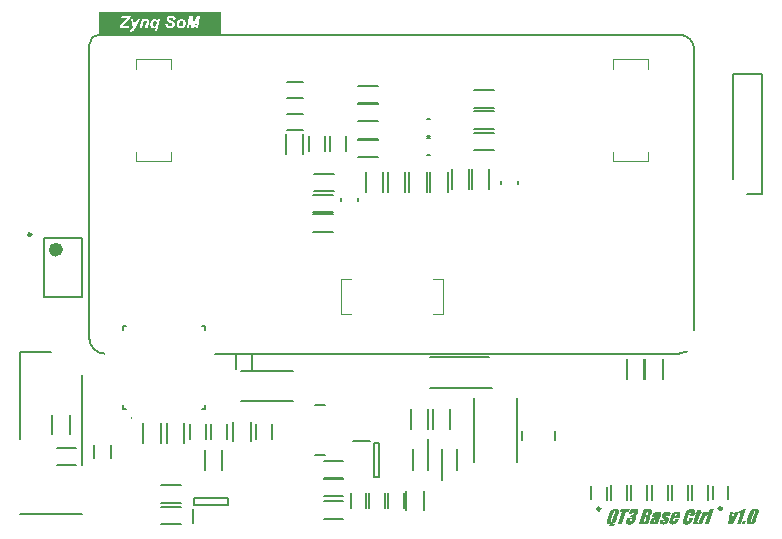
<source format=gto>
G04*
G04 #@! TF.GenerationSoftware,Altium Limited,Altium Designer,23.8.1 (32)*
G04*
G04 Layer_Color=65535*
%FSLAX44Y44*%
%MOMM*%
G71*
G04*
G04 #@! TF.SameCoordinates,4EFDB198-7814-4870-AD9F-EEE93015B5C1*
G04*
G04*
G04 #@! TF.FilePolarity,Positive*
G04*
G01*
G75*
%ADD10C,0.1000*%
%ADD11C,0.2500*%
%ADD12C,0.1500*%
%ADD13C,0.6000*%
%ADD14C,0.2000*%
G36*
X597014Y12500D02*
X596866D01*
X596700Y12481D01*
X596515Y12463D01*
X596292Y12444D01*
X596052Y12407D01*
X595829Y12333D01*
X595626Y12259D01*
X595607Y12241D01*
X595552Y12222D01*
X595459Y12167D01*
X595348Y12092D01*
X595237Y11981D01*
X595126Y11870D01*
X594996Y11741D01*
X594903Y11574D01*
X594885Y11556D01*
X594866Y11481D01*
X594792Y11352D01*
X594718Y11167D01*
X594663Y11056D01*
X594607Y10907D01*
X594552Y10741D01*
X594478Y10574D01*
X594404Y10371D01*
X594311Y10130D01*
X594218Y9889D01*
X594126Y9611D01*
X592719Y5426D01*
X589478D01*
X593070Y16036D01*
X596292D01*
X595718Y14629D01*
X595737Y14648D01*
X595774Y14703D01*
X595848Y14777D01*
X595922Y14870D01*
X596033Y14981D01*
X596181Y15111D01*
X596329Y15259D01*
X596496Y15407D01*
X596885Y15685D01*
X597311Y15944D01*
X597551Y16055D01*
X597792Y16148D01*
X598033Y16203D01*
X598292Y16240D01*
X597014Y12500D01*
D02*
G37*
G36*
X584182Y18629D02*
X584331Y18610D01*
X584664Y18573D01*
X585016Y18499D01*
X585405Y18407D01*
X585756Y18259D01*
X586071Y18055D01*
X586108Y18036D01*
X586201Y17944D01*
X586312Y17833D01*
X586460Y17666D01*
X586608Y17444D01*
X586719Y17203D01*
X586812Y16925D01*
X586849Y16611D01*
Y16592D01*
Y16573D01*
Y16518D01*
Y16444D01*
X586830Y16351D01*
Y16240D01*
X586812Y16111D01*
X586775Y15963D01*
X586756Y15777D01*
X586719Y15592D01*
X586664Y15370D01*
X586608Y15129D01*
X586534Y14870D01*
X586460Y14574D01*
X586367Y14277D01*
X586256Y13944D01*
X585830Y12722D01*
X582460D01*
X583238Y14981D01*
Y15000D01*
X583257Y15018D01*
X583294Y15148D01*
X583349Y15296D01*
X583405Y15500D01*
X583460Y15703D01*
X583497Y15907D01*
X583534Y16074D01*
Y16203D01*
Y16222D01*
Y16240D01*
X583479Y16333D01*
X583442Y16388D01*
X583368Y16425D01*
X583275Y16444D01*
X583164Y16462D01*
X583090D01*
X583016Y16444D01*
X582923Y16425D01*
X582812Y16388D01*
X582720Y16333D01*
X582608Y16259D01*
X582516Y16148D01*
Y16129D01*
X582479Y16092D01*
X582442Y15999D01*
X582368Y15870D01*
X582294Y15703D01*
X582201Y15481D01*
X582090Y15203D01*
X581979Y14870D01*
X579924Y8852D01*
Y8834D01*
X579905Y8815D01*
X579868Y8704D01*
X579831Y8537D01*
X579776Y8352D01*
X579720Y8130D01*
X579664Y7926D01*
X579627Y7760D01*
Y7612D01*
Y7593D01*
X579646Y7574D01*
X579683Y7482D01*
X579738Y7426D01*
X579813Y7371D01*
X579905Y7352D01*
X580035Y7334D01*
X580090D01*
X580164Y7352D01*
X580238Y7371D01*
X580331Y7408D01*
X580442Y7445D01*
X580535Y7519D01*
X580609Y7612D01*
X580627Y7630D01*
X580646Y7667D01*
X580701Y7760D01*
X580775Y7889D01*
X580849Y8074D01*
X580961Y8315D01*
X581072Y8611D01*
X581201Y8963D01*
X581757Y10611D01*
X585127D01*
X584942Y10093D01*
Y10074D01*
X584905Y10000D01*
X584886Y9908D01*
X584831Y9759D01*
X584775Y9611D01*
X584701Y9408D01*
X584627Y9204D01*
X584534Y8982D01*
X584349Y8519D01*
X584145Y8056D01*
X583923Y7612D01*
X583812Y7408D01*
X583701Y7241D01*
X583683Y7204D01*
X583590Y7093D01*
X583460Y6945D01*
X583275Y6741D01*
X583016Y6519D01*
X582720Y6278D01*
X582349Y6019D01*
X581942Y5778D01*
X581923D01*
X581886Y5760D01*
X581831Y5723D01*
X581738Y5686D01*
X581627Y5630D01*
X581497Y5575D01*
X581349Y5519D01*
X581164Y5464D01*
X580775Y5353D01*
X580350Y5241D01*
X579850Y5167D01*
X579331Y5149D01*
X579090D01*
X578961Y5167D01*
X578831Y5186D01*
X578498Y5223D01*
X578128Y5278D01*
X577757Y5371D01*
X577387Y5501D01*
X577072Y5667D01*
X577035Y5686D01*
X576942Y5760D01*
X576831Y5889D01*
X576683Y6056D01*
X576535Y6260D01*
X576424Y6519D01*
X576331Y6815D01*
X576294Y7149D01*
Y7167D01*
Y7186D01*
Y7260D01*
X576313Y7334D01*
Y7426D01*
X576331Y7556D01*
X576350Y7704D01*
X576387Y7871D01*
X576424Y8056D01*
X576461Y8278D01*
X576517Y8500D01*
X576591Y8759D01*
X576665Y9037D01*
X576739Y9352D01*
X576850Y9667D01*
X576961Y10019D01*
X578239Y13796D01*
Y13815D01*
X578257Y13852D01*
X578294Y13926D01*
X578313Y14018D01*
X578368Y14148D01*
X578405Y14277D01*
X578516Y14592D01*
X578646Y14926D01*
X578794Y15277D01*
X578924Y15611D01*
X579053Y15888D01*
X579072Y15925D01*
X579109Y16018D01*
X579202Y16148D01*
X579313Y16314D01*
X579442Y16537D01*
X579627Y16759D01*
X579831Y16999D01*
X580072Y17240D01*
X580109Y17277D01*
X580201Y17351D01*
X580350Y17462D01*
X580553Y17610D01*
X580794Y17777D01*
X581072Y17944D01*
X581386Y18110D01*
X581738Y18259D01*
X581757D01*
X581775Y18277D01*
X581831Y18296D01*
X581905Y18314D01*
X582109Y18388D01*
X582368Y18462D01*
X582683Y18518D01*
X583034Y18592D01*
X583405Y18629D01*
X583812Y18647D01*
X584053D01*
X584182Y18629D01*
D02*
G37*
G36*
X563573Y16222D02*
X563814Y16203D01*
X564092Y16166D01*
X564370Y16129D01*
X564647Y16055D01*
X564907Y15963D01*
X564944Y15944D01*
X565018Y15907D01*
X565129Y15851D01*
X565258Y15777D01*
X565407Y15666D01*
X565555Y15537D01*
X565684Y15407D01*
X565795Y15240D01*
X565814Y15222D01*
X565832Y15166D01*
X565869Y15092D01*
X565925Y14981D01*
X565999Y14722D01*
Y14574D01*
Y14426D01*
Y14407D01*
X565981Y14352D01*
Y14259D01*
X565944Y14148D01*
X565906Y13981D01*
X565851Y13778D01*
X565777Y13537D01*
X565684Y13259D01*
X565481Y12648D01*
X562611D01*
X562814Y13222D01*
X562833Y13259D01*
X562851Y13333D01*
X562888Y13463D01*
X562925Y13611D01*
X562981Y13759D01*
X563018Y13926D01*
X563036Y14055D01*
Y14148D01*
Y14166D01*
Y14185D01*
X562981Y14259D01*
X562944Y14296D01*
X562888Y14315D01*
X562796Y14352D01*
X562648D01*
X562518Y14333D01*
X562370Y14277D01*
X562203Y14166D01*
X562166Y14129D01*
X562092Y14037D01*
X562000Y13870D01*
X561888Y13629D01*
Y13611D01*
X561870Y13555D01*
X561833Y13463D01*
X561796Y13352D01*
X561740Y13111D01*
X561722Y13000D01*
X561703Y12907D01*
Y12889D01*
Y12870D01*
X561740Y12759D01*
X561814Y12611D01*
X561870Y12500D01*
X561944Y12407D01*
X561963Y12389D01*
X562000Y12352D01*
X562074Y12296D01*
X562185Y12204D01*
X562333Y12092D01*
X562537Y11963D01*
X562796Y11796D01*
X563092Y11611D01*
X563111D01*
X563148Y11574D01*
X563203Y11537D01*
X563277Y11500D01*
X563481Y11370D01*
X563703Y11185D01*
X563944Y11000D01*
X564184Y10778D01*
X564370Y10556D01*
X564444Y10426D01*
X564499Y10315D01*
X564518Y10296D01*
X564536Y10204D01*
X564555Y10074D01*
Y9870D01*
Y9630D01*
X564518Y9315D01*
X564444Y8963D01*
X564333Y8556D01*
Y8537D01*
X564314Y8500D01*
X564296Y8426D01*
X564259Y8352D01*
X564221Y8241D01*
X564166Y8111D01*
X564036Y7834D01*
X563888Y7500D01*
X563722Y7186D01*
X563536Y6871D01*
X563333Y6593D01*
X563314Y6556D01*
X563240Y6482D01*
X563111Y6371D01*
X562944Y6223D01*
X562740Y6056D01*
X562481Y5889D01*
X562185Y5741D01*
X561870Y5593D01*
X561851D01*
X561833Y5575D01*
X561777Y5556D01*
X561703Y5538D01*
X561518Y5482D01*
X561277Y5426D01*
X560981Y5353D01*
X560629Y5297D01*
X560259Y5260D01*
X559852Y5241D01*
X559648D01*
X559537Y5260D01*
X559426D01*
X559148Y5297D01*
X558815Y5334D01*
X558500Y5390D01*
X558167Y5482D01*
X557870Y5612D01*
X557833Y5630D01*
X557759Y5686D01*
X557630Y5778D01*
X557481Y5889D01*
X557333Y6038D01*
X557204Y6223D01*
X557093Y6426D01*
X557019Y6649D01*
Y6686D01*
X557000Y6778D01*
Y6926D01*
X557019Y7149D01*
X557056Y7426D01*
X557130Y7778D01*
X557222Y8185D01*
X557370Y8648D01*
X557537Y9167D01*
X560407D01*
X560185Y8482D01*
X560166Y8445D01*
X560148Y8352D01*
X560092Y8204D01*
X560037Y8019D01*
X559981Y7834D01*
X559944Y7649D01*
X559907Y7500D01*
Y7371D01*
Y7352D01*
Y7334D01*
X559963Y7260D01*
X560000Y7204D01*
X560055Y7167D01*
X560148Y7149D01*
X560259Y7130D01*
X560314D01*
X560370Y7149D01*
X560444D01*
X560611Y7204D01*
X560777Y7297D01*
X560796D01*
X560815Y7334D01*
X560852Y7371D01*
X560907Y7445D01*
X560963Y7556D01*
X561037Y7667D01*
X561092Y7834D01*
X561166Y8019D01*
X561185Y8056D01*
X561203Y8148D01*
X561240Y8278D01*
X561277Y8426D01*
X561314Y8593D01*
X561333Y8741D01*
Y8871D01*
X561314Y8963D01*
Y8982D01*
X561277Y9019D01*
X561203Y9074D01*
X561092Y9185D01*
X561000Y9241D01*
X560907Y9334D01*
X560777Y9426D01*
X560629Y9519D01*
X560463Y9648D01*
X560277Y9778D01*
X560055Y9926D01*
X559815Y10093D01*
X559796Y10111D01*
X559759Y10130D01*
X559703Y10167D01*
X559629Y10222D01*
X559444Y10389D01*
X559222Y10574D01*
X559000Y10815D01*
X558815Y11056D01*
X558648Y11315D01*
X558611Y11426D01*
X558574Y11556D01*
Y11593D01*
Y11667D01*
X558555Y11815D01*
X558574Y12000D01*
X558592Y12222D01*
X558629Y12481D01*
X558685Y12778D01*
X558778Y13092D01*
Y13111D01*
X558796Y13148D01*
X558815Y13222D01*
X558852Y13296D01*
X558944Y13537D01*
X559074Y13815D01*
X559222Y14111D01*
X559389Y14426D01*
X559555Y14722D01*
X559759Y14963D01*
X559777Y14981D01*
X559852Y15055D01*
X559981Y15166D01*
X560148Y15314D01*
X560352Y15462D01*
X560592Y15611D01*
X560888Y15777D01*
X561203Y15907D01*
X561222D01*
X561240Y15925D01*
X561296Y15944D01*
X561370Y15963D01*
X561555Y16018D01*
X561796Y16074D01*
X562092Y16129D01*
X562444Y16185D01*
X562814Y16222D01*
X563203Y16240D01*
X563370D01*
X563573Y16222D01*
D02*
G37*
G36*
X535836Y18610D02*
X536021D01*
X536224Y18573D01*
X536687Y18518D01*
X537169Y18407D01*
X537632Y18240D01*
X537854Y18147D01*
X538021Y18018D01*
X538187Y17888D01*
X538298Y17722D01*
Y17703D01*
X538317Y17685D01*
X538335Y17629D01*
X538372Y17555D01*
X538409Y17462D01*
X538428Y17351D01*
X538465Y17222D01*
X538484Y17074D01*
X538502Y16888D01*
X538521Y16703D01*
X538502Y16277D01*
X538465Y16036D01*
X538428Y15777D01*
X538354Y15500D01*
X538261Y15203D01*
Y15185D01*
X538243Y15148D01*
X538224Y15111D01*
X538206Y15037D01*
X538113Y14833D01*
X538021Y14611D01*
X537891Y14352D01*
X537761Y14092D01*
X537595Y13852D01*
X537428Y13648D01*
X537410Y13629D01*
X537335Y13574D01*
X537243Y13481D01*
X537095Y13352D01*
X536891Y13222D01*
X536669Y13074D01*
X536410Y12907D01*
X536095Y12759D01*
X536132Y12741D01*
X536206Y12722D01*
X536317Y12648D01*
X536447Y12574D01*
X536576Y12463D01*
X536706Y12315D01*
X536836Y12148D01*
X536909Y11944D01*
Y11926D01*
X536928Y11889D01*
Y11833D01*
Y11759D01*
Y11667D01*
Y11537D01*
X536909Y11407D01*
X536891Y11241D01*
X536854Y11056D01*
X536817Y10833D01*
X536761Y10593D01*
X536687Y10315D01*
X536595Y10019D01*
X536502Y9667D01*
X536373Y9297D01*
Y9278D01*
X536354Y9222D01*
X536317Y9148D01*
X536280Y9037D01*
X536224Y8908D01*
X536169Y8759D01*
X536021Y8426D01*
X535854Y8037D01*
X535650Y7649D01*
X535428Y7260D01*
X535187Y6908D01*
X535150Y6871D01*
X535076Y6760D01*
X534928Y6612D01*
X534743Y6426D01*
X534502Y6223D01*
X534225Y6000D01*
X533910Y5797D01*
X533540Y5612D01*
X533521D01*
X533503Y5593D01*
X533447Y5575D01*
X533354Y5538D01*
X533262Y5501D01*
X533151Y5464D01*
X532873Y5390D01*
X532521Y5315D01*
X532132Y5241D01*
X531669Y5186D01*
X531188Y5167D01*
X530929D01*
X530818Y5186D01*
X530669D01*
X530336Y5223D01*
X529966Y5297D01*
X529595Y5371D01*
X529244Y5501D01*
X529095Y5575D01*
X528947Y5667D01*
X528910Y5686D01*
X528836Y5760D01*
X528725Y5871D01*
X528596Y6019D01*
X528466Y6204D01*
X528355Y6426D01*
X528262Y6667D01*
X528225Y6926D01*
Y6945D01*
Y6963D01*
Y7000D01*
Y7074D01*
X528244Y7167D01*
X528262Y7260D01*
Y7389D01*
X528299Y7537D01*
X528318Y7704D01*
X528373Y7889D01*
X528410Y8111D01*
X528484Y8352D01*
X528540Y8611D01*
X528633Y8889D01*
X528725Y9204D01*
X528836Y9537D01*
X529188Y10574D01*
X532410D01*
X531688Y8463D01*
X531669Y8426D01*
X531651Y8334D01*
X531595Y8185D01*
X531558Y8019D01*
X531503Y7834D01*
X531466Y7649D01*
X531429Y7500D01*
Y7389D01*
Y7352D01*
X531484Y7278D01*
X531521Y7241D01*
X531595Y7204D01*
X531688Y7186D01*
X531799Y7167D01*
X531855D01*
X531929Y7186D01*
X532003Y7204D01*
X532095Y7241D01*
X532206Y7278D01*
X532299Y7352D01*
X532373Y7445D01*
X532392Y7463D01*
X532410Y7519D01*
X532466Y7612D01*
X532540Y7741D01*
X532632Y7945D01*
X532725Y8204D01*
X532799Y8352D01*
X532854Y8537D01*
X532929Y8723D01*
X533003Y8945D01*
X533317Y9852D01*
X533336Y9889D01*
X533354Y9982D01*
X533391Y10111D01*
X533428Y10259D01*
X533503Y10611D01*
Y10778D01*
Y10926D01*
Y10944D01*
X533484Y10982D01*
Y11037D01*
X533447Y11111D01*
X533410Y11185D01*
X533354Y11278D01*
X533262Y11333D01*
X533169Y11389D01*
X533151D01*
X533114Y11407D01*
X533040Y11426D01*
X532910Y11444D01*
X532743Y11463D01*
X532540Y11500D01*
X532280D01*
X531947Y11518D01*
X532595Y13407D01*
X532966D01*
X533206Y13426D01*
X533447D01*
X533688Y13444D01*
X533891Y13463D01*
X533984D01*
X534039Y13481D01*
X534058D01*
X534095Y13500D01*
X534151Y13518D01*
X534225Y13574D01*
X534391Y13685D01*
X534484Y13778D01*
X534576Y13870D01*
X534595Y13889D01*
X534613Y13926D01*
X534650Y14000D01*
X534725Y14092D01*
X534780Y14222D01*
X534854Y14389D01*
X534947Y14574D01*
X535021Y14796D01*
X535262Y15518D01*
X535280Y15555D01*
X535299Y15629D01*
X535336Y15740D01*
X535373Y15888D01*
X535410Y16166D01*
X535428Y16314D01*
X535410Y16407D01*
Y16425D01*
X535391Y16444D01*
X535354Y16518D01*
X535243Y16592D01*
X535150Y16629D01*
X535002D01*
X534947Y16611D01*
X534873Y16592D01*
X534688Y16537D01*
X534595Y16462D01*
X534521Y16388D01*
Y16370D01*
X534484Y16351D01*
X534447Y16277D01*
X534391Y16185D01*
X534317Y16055D01*
X534243Y15888D01*
X534151Y15685D01*
X534058Y15425D01*
X533706Y14370D01*
X530484D01*
X530855Y15462D01*
Y15481D01*
X530892Y15537D01*
X530929Y15629D01*
X530966Y15759D01*
X531040Y15907D01*
X531114Y16092D01*
X531299Y16462D01*
X531540Y16888D01*
X531836Y17296D01*
X531984Y17499D01*
X532169Y17666D01*
X532355Y17833D01*
X532540Y17962D01*
X532558D01*
X532595Y17999D01*
X532651Y18018D01*
X532743Y18073D01*
X532854Y18110D01*
X532984Y18166D01*
X533132Y18240D01*
X533317Y18296D01*
X533503Y18351D01*
X533725Y18425D01*
X533965Y18481D01*
X534225Y18518D01*
X534502Y18573D01*
X534817Y18592D01*
X535132Y18629D01*
X535687D01*
X535836Y18610D01*
D02*
G37*
G36*
X598681Y5426D02*
X595348D01*
X599736Y18388D01*
X603069D01*
X598681Y5426D01*
D02*
G37*
G36*
X591422Y15796D02*
X592293D01*
X591719Y14111D01*
X590848D01*
X588904Y8408D01*
Y8389D01*
X588886Y8371D01*
X588867Y8315D01*
X588849Y8241D01*
X588793Y8074D01*
X588737Y7871D01*
X588682Y7667D01*
X588626Y7463D01*
X588608Y7315D01*
Y7278D01*
Y7241D01*
X588626Y7223D01*
X588682Y7204D01*
X588737Y7186D01*
X588849Y7167D01*
X589015Y7149D01*
X589219Y7130D01*
X589478D01*
X588904Y5426D01*
X587219D01*
X586997Y5445D01*
X586738D01*
X586479Y5464D01*
X586238Y5482D01*
X586053Y5501D01*
X586034D01*
X585979Y5519D01*
X585905Y5556D01*
X585793Y5593D01*
X585682Y5649D01*
X585571Y5723D01*
X585460Y5815D01*
X585368Y5926D01*
X585349Y5945D01*
X585331Y5982D01*
X585293Y6056D01*
X585256Y6149D01*
X585219Y6260D01*
X585182Y6389D01*
Y6538D01*
Y6686D01*
Y6704D01*
X585201Y6778D01*
X585238Y6908D01*
X585275Y7111D01*
X585312Y7223D01*
X585349Y7371D01*
X585405Y7537D01*
X585460Y7723D01*
X585516Y7926D01*
X585590Y8167D01*
X585682Y8426D01*
X585775Y8704D01*
X587608Y14111D01*
X586904D01*
X587478Y15796D01*
X588182D01*
X588737Y17462D01*
X591978D01*
X591422Y15796D01*
D02*
G37*
G36*
X555741Y16222D02*
X555889Y16203D01*
X556241Y16166D01*
X556611Y16092D01*
X556982Y15999D01*
X557333Y15851D01*
X557481Y15759D01*
X557611Y15648D01*
X557648Y15629D01*
X557704Y15537D01*
X557815Y15425D01*
X557926Y15259D01*
X558018Y15055D01*
X558111Y14796D01*
X558148Y14537D01*
X558130Y14222D01*
Y14203D01*
Y14185D01*
X558111Y14129D01*
X558092Y14055D01*
X558074Y13944D01*
X558055Y13815D01*
X558000Y13666D01*
X557963Y13481D01*
X557907Y13259D01*
X557833Y13000D01*
X557759Y12722D01*
X557648Y12407D01*
X557537Y12037D01*
X557407Y11648D01*
X557278Y11222D01*
X557111Y10741D01*
X555315Y5426D01*
X552167D01*
X552482Y6371D01*
X552463Y6352D01*
X552389Y6278D01*
X552297Y6167D01*
X552167Y6056D01*
X552019Y5908D01*
X551834Y5778D01*
X551630Y5630D01*
X551427Y5519D01*
X551408Y5501D01*
X551334Y5482D01*
X551223Y5426D01*
X551075Y5390D01*
X550890Y5334D01*
X550686Y5278D01*
X550445Y5260D01*
X550205Y5241D01*
X550075D01*
X549908Y5260D01*
X549723Y5297D01*
X549501Y5353D01*
X549260Y5445D01*
X549038Y5556D01*
X548816Y5704D01*
X548797Y5723D01*
X548742Y5797D01*
X548668Y5945D01*
X548649Y6038D01*
X548612Y6149D01*
X548593Y6278D01*
X548575Y6426D01*
Y6593D01*
X548593Y6797D01*
X548612Y7000D01*
X548668Y7241D01*
X548723Y7500D01*
X548816Y7797D01*
X549112Y8667D01*
Y8686D01*
X549131Y8723D01*
X549149Y8778D01*
X549186Y8852D01*
X549260Y9056D01*
X549390Y9315D01*
X549519Y9574D01*
X549668Y9852D01*
X549853Y10093D01*
X550038Y10278D01*
X550056Y10296D01*
X550149Y10352D01*
X550297Y10445D01*
X550390Y10500D01*
X550501Y10556D01*
X550649Y10630D01*
X550797Y10704D01*
X550982Y10796D01*
X551186Y10889D01*
X551408Y10982D01*
X551667Y11074D01*
X551945Y11167D01*
X552241Y11278D01*
X552260D01*
X552315Y11315D01*
X552408Y11333D01*
X552538Y11389D01*
X552667Y11426D01*
X552834Y11481D01*
X553167Y11611D01*
X553519Y11759D01*
X553852Y11889D01*
X553982Y11963D01*
X554112Y12018D01*
X554185Y12074D01*
X554241Y12111D01*
Y12129D01*
X554278Y12148D01*
X554315Y12222D01*
X554371Y12315D01*
X554426Y12426D01*
X554500Y12574D01*
X554574Y12778D01*
X554648Y13000D01*
Y13018D01*
X554667Y13037D01*
X554686Y13129D01*
X554741Y13278D01*
X554778Y13444D01*
X554834Y13629D01*
X554871Y13815D01*
X554889Y13963D01*
Y14092D01*
Y14111D01*
X554871Y14129D01*
X554834Y14222D01*
X554741Y14315D01*
X554667Y14333D01*
X554574Y14352D01*
X554519D01*
X554463Y14333D01*
X554389D01*
X554223Y14259D01*
X554148Y14203D01*
X554093Y14129D01*
Y14111D01*
X554074Y14092D01*
X554037Y14018D01*
X553982Y13926D01*
X553908Y13778D01*
X553834Y13592D01*
X553741Y13333D01*
X553630Y13037D01*
X553260Y11926D01*
X550223D01*
X550464Y12629D01*
Y12648D01*
X550482Y12685D01*
X550501Y12741D01*
X550538Y12833D01*
X550630Y13055D01*
X550741Y13333D01*
X550871Y13648D01*
X551038Y13963D01*
X551204Y14259D01*
X551390Y14537D01*
X551408Y14574D01*
X551482Y14648D01*
X551612Y14777D01*
X551778Y14944D01*
X552001Y15111D01*
X552260Y15314D01*
X552575Y15518D01*
X552926Y15722D01*
X552945D01*
X552982Y15740D01*
X553037Y15777D01*
X553112Y15796D01*
X553204Y15851D01*
X553334Y15888D01*
X553611Y15981D01*
X553963Y16074D01*
X554389Y16166D01*
X554834Y16222D01*
X555334Y16240D01*
X555593D01*
X555741Y16222D01*
D02*
G37*
G36*
X547501Y18370D02*
X547853Y18351D01*
X548242Y18333D01*
X548612Y18277D01*
X548982Y18221D01*
X549149Y18166D01*
X549297Y18129D01*
X549334Y18110D01*
X549408Y18073D01*
X549538Y18018D01*
X549705Y17907D01*
X549871Y17777D01*
X550019Y17610D01*
X550167Y17388D01*
X550279Y17129D01*
X550297Y17092D01*
Y17055D01*
X550316Y16981D01*
Y16907D01*
X550334Y16796D01*
Y16685D01*
Y16537D01*
Y16388D01*
X550316Y16203D01*
X550297Y15999D01*
X550260Y15777D01*
X550205Y15555D01*
X550149Y15296D01*
X550056Y15000D01*
X549964Y14703D01*
Y14685D01*
X549945Y14648D01*
X549927Y14592D01*
X549890Y14518D01*
X549816Y14315D01*
X549705Y14074D01*
X549575Y13815D01*
X549427Y13555D01*
X549242Y13315D01*
X549056Y13111D01*
X549038Y13092D01*
X548964Y13037D01*
X548834Y12963D01*
X548668Y12852D01*
X548445Y12741D01*
X548168Y12629D01*
X547816Y12518D01*
X547427Y12426D01*
X547445D01*
X547482Y12407D01*
X547520D01*
X547594Y12370D01*
X547779Y12315D01*
X547982Y12222D01*
X548205Y12092D01*
X548427Y11944D01*
X548593Y11759D01*
X548649Y11648D01*
X548705Y11537D01*
X548723Y11500D01*
X548742Y11426D01*
X548760Y11278D01*
Y11074D01*
Y10815D01*
X548705Y10500D01*
X548631Y10111D01*
X548501Y9667D01*
X548075Y8463D01*
Y8445D01*
X548056Y8408D01*
X548038Y8334D01*
X548001Y8241D01*
X547964Y8148D01*
X547908Y8019D01*
X547797Y7723D01*
X547649Y7408D01*
X547482Y7093D01*
X547297Y6778D01*
X547112Y6519D01*
X547094Y6500D01*
X547020Y6426D01*
X546908Y6315D01*
X546779Y6167D01*
X546594Y6038D01*
X546371Y5889D01*
X546131Y5760D01*
X545872Y5649D01*
X545835D01*
X545798Y5630D01*
X545723Y5612D01*
X545631Y5593D01*
X545538Y5575D01*
X545409Y5556D01*
X545242Y5538D01*
X545075Y5519D01*
X544872Y5501D01*
X544650Y5482D01*
X544390Y5464D01*
X544113Y5445D01*
X543798D01*
X543464Y5426D01*
X539206D01*
X543594Y18388D01*
X547353D01*
X547501Y18370D01*
D02*
G37*
G36*
X530392Y15796D02*
X528392D01*
X524874Y5426D01*
X521504D01*
X525022Y15796D01*
X523022D01*
X523892Y18388D01*
X531262D01*
X530392Y15796D01*
D02*
G37*
G36*
X571628Y16222D02*
X571758D01*
X572054Y16185D01*
X572387Y16111D01*
X572739Y16018D01*
X573054Y15888D01*
X573350Y15722D01*
X573387Y15703D01*
X573461Y15629D01*
X573591Y15518D01*
X573721Y15351D01*
X573850Y15166D01*
X573980Y14926D01*
X574072Y14648D01*
X574128Y14352D01*
Y14333D01*
Y14315D01*
Y14259D01*
Y14203D01*
Y14111D01*
Y14000D01*
X574091Y13741D01*
X574054Y13389D01*
X573961Y12981D01*
X573832Y12500D01*
X573665Y11963D01*
X573202Y10556D01*
X569036D01*
X568258Y8260D01*
X568240Y8223D01*
X568221Y8148D01*
X568184Y8019D01*
X568129Y7871D01*
X568092Y7723D01*
X568055Y7556D01*
X568036Y7426D01*
Y7334D01*
X568055Y7297D01*
X568092Y7241D01*
X568184Y7167D01*
X568258Y7149D01*
X568351Y7130D01*
X568406D01*
X568480Y7149D01*
X568554Y7167D01*
X568758Y7241D01*
X568851Y7297D01*
X568925Y7389D01*
X568943Y7408D01*
X568962Y7445D01*
X569017Y7519D01*
X569073Y7630D01*
X569147Y7778D01*
X569221Y7963D01*
X569314Y8185D01*
X569406Y8463D01*
X569888Y9870D01*
X572961D01*
X572702Y9074D01*
Y9056D01*
X572684Y9037D01*
X572665Y8982D01*
X572647Y8908D01*
X572573Y8741D01*
X572498Y8519D01*
X572406Y8278D01*
X572295Y8019D01*
X572165Y7778D01*
X572054Y7556D01*
X572035Y7537D01*
X571998Y7463D01*
X571924Y7352D01*
X571832Y7223D01*
X571684Y7056D01*
X571517Y6852D01*
X571332Y6649D01*
X571091Y6426D01*
X571054Y6408D01*
X570980Y6334D01*
X570850Y6223D01*
X570665Y6093D01*
X570443Y5945D01*
X570202Y5797D01*
X569925Y5667D01*
X569628Y5538D01*
X569591Y5519D01*
X569480Y5501D01*
X569314Y5445D01*
X569091Y5390D01*
X568832Y5334D01*
X568517Y5297D01*
X568166Y5260D01*
X567777Y5241D01*
X567610D01*
X567425Y5260D01*
X567184Y5278D01*
X566906Y5315D01*
X566629Y5353D01*
X566351Y5426D01*
X566073Y5519D01*
X566036Y5538D01*
X565962Y5575D01*
X565851Y5649D01*
X565703Y5741D01*
X565536Y5852D01*
X565388Y5982D01*
X565240Y6149D01*
X565129Y6334D01*
X565110Y6352D01*
X565092Y6426D01*
X565055Y6538D01*
X564999Y6667D01*
X564962Y6834D01*
X564925Y7038D01*
X564907Y7241D01*
Y7463D01*
Y7500D01*
X564925Y7574D01*
X564944Y7723D01*
X564981Y7926D01*
X565036Y8185D01*
X565110Y8500D01*
X565221Y8852D01*
X565351Y9278D01*
X566407Y12370D01*
Y12389D01*
X566425Y12426D01*
X566462Y12500D01*
X566499Y12593D01*
X566536Y12722D01*
X566592Y12852D01*
X566721Y13167D01*
X566888Y13518D01*
X567092Y13870D01*
X567295Y14240D01*
X567536Y14555D01*
Y14574D01*
X567573Y14592D01*
X567647Y14685D01*
X567795Y14833D01*
X567980Y15018D01*
X568221Y15222D01*
X568499Y15425D01*
X568832Y15629D01*
X569184Y15796D01*
X569202D01*
X569221Y15814D01*
X569277Y15833D01*
X569351Y15870D01*
X569554Y15944D01*
X569832Y16018D01*
X570147Y16092D01*
X570499Y16166D01*
X570887Y16222D01*
X571295Y16240D01*
X571517D01*
X571628Y16222D01*
D02*
G37*
G36*
X519652Y18629D02*
X519930Y18592D01*
X520226Y18555D01*
X520541Y18481D01*
X520856Y18388D01*
X521152Y18259D01*
X521189Y18240D01*
X521282Y18184D01*
X521411Y18110D01*
X521559Y17999D01*
X521726Y17851D01*
X521893Y17685D01*
X522022Y17481D01*
X522133Y17277D01*
X522152Y17259D01*
X522170Y17166D01*
X522207Y17055D01*
X522244Y16907D01*
X522281Y16722D01*
X522300Y16500D01*
Y16277D01*
X522281Y16036D01*
Y15999D01*
X522263Y15925D01*
X522244Y15777D01*
X522189Y15574D01*
X522133Y15296D01*
X522041Y14981D01*
X521930Y14611D01*
X521782Y14166D01*
X520356Y9945D01*
Y9926D01*
X520337Y9870D01*
X520300Y9778D01*
X520263Y9667D01*
X520208Y9519D01*
X520152Y9371D01*
X520004Y9000D01*
X519856Y8611D01*
X519689Y8241D01*
X519523Y7889D01*
X519448Y7741D01*
X519374Y7612D01*
X519356Y7593D01*
X519300Y7519D01*
X519226Y7408D01*
X519115Y7260D01*
X518985Y7111D01*
X518819Y6945D01*
X518615Y6778D01*
X518411Y6630D01*
X518393Y6612D01*
X518300Y6575D01*
X518171Y6500D01*
X518004Y6426D01*
X517800Y6334D01*
X517560Y6241D01*
X517282Y6149D01*
X516967Y6075D01*
Y6056D01*
X516949Y6000D01*
X516930Y5926D01*
X516912Y5852D01*
Y5667D01*
Y5593D01*
X516949Y5538D01*
X516986Y5519D01*
X517023Y5501D01*
X517078Y5482D01*
X517171Y5464D01*
X517300Y5445D01*
X517449Y5426D01*
X518819D01*
X518282Y3853D01*
X515412D01*
X515227Y3871D01*
X515004Y3890D01*
X514801Y3908D01*
X514616Y3945D01*
X514467Y4001D01*
X514449D01*
X514412Y4038D01*
X514301Y4112D01*
X514190Y4241D01*
X514134Y4334D01*
X514116Y4427D01*
Y4445D01*
Y4482D01*
Y4556D01*
X514134Y4649D01*
X514153Y4797D01*
X514190Y4964D01*
X514245Y5186D01*
X514338Y5426D01*
X514227D01*
X514153Y5445D01*
X513949Y5464D01*
X513690Y5501D01*
X513394Y5575D01*
X513097Y5686D01*
X512819Y5834D01*
X512560Y6019D01*
X512542Y6038D01*
X512468Y6130D01*
X512356Y6241D01*
X512245Y6408D01*
X512134Y6630D01*
X512042Y6871D01*
X511986Y7149D01*
X511968Y7463D01*
Y7482D01*
Y7500D01*
Y7556D01*
X511986Y7630D01*
Y7723D01*
X512005Y7834D01*
X512042Y7963D01*
X512060Y8111D01*
X512097Y8297D01*
X512134Y8482D01*
X512190Y8704D01*
X512245Y8926D01*
X512319Y9185D01*
X512394Y9463D01*
X512486Y9759D01*
X512597Y10074D01*
X513968Y14092D01*
Y14111D01*
X513986Y14148D01*
X514005Y14222D01*
X514041Y14315D01*
X514079Y14426D01*
X514134Y14537D01*
X514245Y14833D01*
X514375Y15166D01*
X514505Y15500D01*
X514653Y15814D01*
X514801Y16092D01*
X514819Y16129D01*
X514875Y16203D01*
X514967Y16351D01*
X515079Y16518D01*
X515227Y16722D01*
X515412Y16944D01*
X515634Y17185D01*
X515875Y17407D01*
X515912Y17425D01*
X516004Y17499D01*
X516152Y17610D01*
X516338Y17759D01*
X516560Y17907D01*
X516838Y18055D01*
X517134Y18203D01*
X517449Y18333D01*
X517467D01*
X517486Y18351D01*
X517597Y18388D01*
X517782Y18425D01*
X518004Y18499D01*
X518282Y18555D01*
X518597Y18592D01*
X518911Y18629D01*
X519263Y18647D01*
X519448D01*
X519652Y18629D01*
D02*
G37*
G36*
X618418Y5519D02*
X614214D01*
X616177Y16129D01*
X619066D01*
X617331Y8395D01*
X617325Y8389D01*
Y8371D01*
X617331Y8395D01*
X617344Y8408D01*
X617362Y8482D01*
X617418Y8556D01*
X617455Y8667D01*
X617529Y8815D01*
X617603Y9000D01*
X617696Y9222D01*
X617807Y9482D01*
X617936Y9778D01*
X618084Y10111D01*
X618251Y10500D01*
X618436Y10926D01*
X618640Y11408D01*
X618862Y11945D01*
X619121Y12537D01*
X619140Y12556D01*
X619158Y12630D01*
X619195Y12722D01*
X619251Y12852D01*
X619325Y13018D01*
X619399Y13222D01*
X619492Y13444D01*
X619603Y13685D01*
X619714Y13944D01*
X619843Y14222D01*
X620084Y14833D01*
X620362Y15481D01*
X620640Y16129D01*
X623528D01*
X618418Y5519D01*
D02*
G37*
G36*
X628824D02*
X626380D01*
X627268Y8167D01*
X629713D01*
X628824Y5519D01*
D02*
G37*
G36*
X625398D02*
X622158D01*
X624510Y12463D01*
Y12481D01*
X624528Y12537D01*
X624565Y12611D01*
X624584Y12704D01*
X624639Y12815D01*
X624676Y12963D01*
X624769Y13259D01*
X624861Y13555D01*
X624954Y13852D01*
X624991Y13981D01*
X625009Y14092D01*
X625047Y14185D01*
Y14259D01*
Y14277D01*
Y14315D01*
X625028Y14444D01*
X625009Y14518D01*
X624954Y14592D01*
X624898Y14666D01*
X624806Y14722D01*
X624787D01*
X624750Y14741D01*
X624658Y14777D01*
X624547Y14814D01*
X624361Y14833D01*
X624121Y14870D01*
X623806Y14889D01*
X623102D01*
X623621Y16388D01*
X623658D01*
X623732Y16407D01*
X623862Y16444D01*
X624047Y16500D01*
X624250Y16555D01*
X624510Y16629D01*
X624787Y16740D01*
X625102Y16851D01*
X625417Y16981D01*
X625769Y17129D01*
X626120Y17296D01*
X626472Y17499D01*
X626843Y17703D01*
X627195Y17944D01*
X627546Y18203D01*
X627880Y18481D01*
X629787D01*
X625398Y5519D01*
D02*
G37*
G36*
X638267Y18703D02*
X638508Y18666D01*
X638786Y18629D01*
X639082Y18555D01*
X639378Y18462D01*
X639656Y18333D01*
X639693Y18314D01*
X639767Y18259D01*
X639897Y18184D01*
X640045Y18073D01*
X640212Y17944D01*
X640360Y17796D01*
X640508Y17610D01*
X640619Y17425D01*
X640638Y17407D01*
X640656Y17333D01*
X640693Y17222D01*
X640730Y17074D01*
X640767Y16888D01*
X640786Y16685D01*
Y16463D01*
X640767Y16222D01*
Y16185D01*
X640749Y16092D01*
X640712Y15926D01*
X640675Y15703D01*
X640601Y15407D01*
X640489Y15037D01*
X640434Y14814D01*
X640360Y14592D01*
X640286Y14352D01*
X640193Y14074D01*
X638730Y9760D01*
Y9741D01*
X638712Y9704D01*
X638675Y9611D01*
X638638Y9519D01*
X638601Y9408D01*
X638545Y9259D01*
X638434Y8945D01*
X638286Y8593D01*
X638138Y8241D01*
X637990Y7908D01*
X637841Y7612D01*
X637823Y7574D01*
X637767Y7501D01*
X637675Y7371D01*
X637564Y7204D01*
X637397Y7019D01*
X637212Y6797D01*
X636990Y6575D01*
X636749Y6352D01*
X636712Y6334D01*
X636619Y6260D01*
X636490Y6149D01*
X636305Y6038D01*
X636082Y5889D01*
X635823Y5760D01*
X635546Y5630D01*
X635249Y5519D01*
X635212Y5501D01*
X635120Y5482D01*
X634953Y5445D01*
X634749Y5408D01*
X634490Y5353D01*
X634212Y5315D01*
X633898Y5297D01*
X633564Y5278D01*
X633379D01*
X633157Y5297D01*
X632898Y5315D01*
X632620Y5334D01*
X632305Y5390D01*
X632009Y5445D01*
X631731Y5538D01*
X631694Y5556D01*
X631620Y5593D01*
X631509Y5649D01*
X631361Y5741D01*
X631213Y5853D01*
X631046Y6001D01*
X630916Y6167D01*
X630787Y6371D01*
X630768Y6389D01*
X630750Y6464D01*
X630713Y6593D01*
X630657Y6741D01*
X630620Y6927D01*
X630583Y7130D01*
X630546Y7334D01*
Y7574D01*
Y7612D01*
X630564Y7686D01*
X630583Y7852D01*
X630620Y8056D01*
X630694Y8334D01*
X630768Y8686D01*
X630898Y9074D01*
X631046Y9556D01*
X632583Y14074D01*
Y14092D01*
X632620Y14148D01*
X632638Y14240D01*
X632694Y14370D01*
X632749Y14518D01*
X632805Y14685D01*
X632972Y15092D01*
X633138Y15518D01*
X633342Y15963D01*
X633564Y16388D01*
X633675Y16574D01*
X633786Y16759D01*
Y16777D01*
X633823Y16796D01*
X633898Y16907D01*
X634046Y17074D01*
X634231Y17277D01*
X634472Y17499D01*
X634768Y17740D01*
X635101Y17962D01*
X635490Y18184D01*
X635508D01*
X635546Y18203D01*
X635601Y18240D01*
X635694Y18277D01*
X635786Y18314D01*
X635916Y18351D01*
X636212Y18462D01*
X636564Y18555D01*
X636971Y18648D01*
X637416Y18703D01*
X637897Y18721D01*
X638082D01*
X638267Y18703D01*
D02*
G37*
G36*
X185353Y419520D02*
X82147D01*
Y438980D01*
X185353D01*
Y419520D01*
D02*
G37*
%LPC*%
G36*
X553778Y10463D02*
X553760D01*
X553741Y10445D01*
X553630Y10371D01*
X553463Y10259D01*
X553260Y10130D01*
X553056Y9982D01*
X552852Y9815D01*
X552686Y9648D01*
X552556Y9500D01*
X552538Y9482D01*
X552519Y9426D01*
X552463Y9352D01*
X552408Y9222D01*
X552334Y9074D01*
X552260Y8889D01*
X552167Y8667D01*
X552075Y8408D01*
X552056Y8371D01*
X552038Y8278D01*
X551982Y8130D01*
X551945Y7963D01*
X551889Y7797D01*
X551852Y7612D01*
X551815Y7463D01*
Y7352D01*
Y7315D01*
X551871Y7241D01*
X551908Y7204D01*
X551964Y7167D01*
X552056Y7149D01*
X552167Y7130D01*
X552223D01*
X552334Y7149D01*
X552482Y7204D01*
X552612Y7315D01*
Y7334D01*
X552649Y7352D01*
X552686Y7408D01*
X552723Y7500D01*
X552797Y7630D01*
X552871Y7815D01*
X552945Y8019D01*
X553037Y8297D01*
X553778Y10463D01*
D02*
G37*
G36*
X546409Y16166D02*
X546223D01*
X545242Y13296D01*
X545649D01*
X545742Y13315D01*
X545853Y13333D01*
X546094Y13407D01*
X546205Y13463D01*
X546297Y13537D01*
X546316Y13555D01*
X546334Y13592D01*
X546390Y13666D01*
X546464Y13796D01*
X546538Y13981D01*
X546649Y14222D01*
X546705Y14370D01*
X546779Y14537D01*
X546834Y14722D01*
X546908Y14926D01*
X546927Y14944D01*
X546945Y15018D01*
X546964Y15129D01*
X547001Y15259D01*
X547057Y15537D01*
X547075Y15666D01*
Y15777D01*
Y15796D01*
Y15814D01*
X547038Y15907D01*
X546983Y15999D01*
X546890Y16074D01*
X546853Y16092D01*
X546816D01*
X546760Y16111D01*
X546668Y16129D01*
X546538Y16148D01*
X546409Y16166D01*
D02*
G37*
G36*
X544557Y11278D02*
X543316Y7649D01*
X543427D01*
X543557Y7667D01*
X543705Y7686D01*
X544038Y7741D01*
X544187Y7797D01*
X544298Y7852D01*
X544316Y7871D01*
X544353Y7889D01*
X544409Y7963D01*
X544464Y8056D01*
X544557Y8185D01*
X544650Y8352D01*
X544742Y8574D01*
X544835Y8852D01*
X545261Y10056D01*
Y10074D01*
X545279Y10093D01*
X545298Y10185D01*
X545335Y10333D01*
X545390Y10500D01*
X545427Y10667D01*
X545446Y10833D01*
Y10963D01*
X545409Y11056D01*
X545372Y11093D01*
X545335Y11111D01*
X545261Y11148D01*
X545149Y11185D01*
X545001Y11222D01*
X544798Y11259D01*
X544557Y11278D01*
D02*
G37*
G36*
X570813Y14352D02*
X570758D01*
X570702Y14333D01*
X570628D01*
X570462Y14259D01*
X570388Y14222D01*
X570332Y14148D01*
Y14129D01*
X570313Y14111D01*
X570276Y14037D01*
X570221Y13926D01*
X570147Y13796D01*
X570073Y13592D01*
X569980Y13352D01*
X569869Y13037D01*
X569610Y12278D01*
X570536D01*
X570795Y13037D01*
Y13055D01*
X570813Y13074D01*
X570850Y13167D01*
X570887Y13315D01*
X570943Y13481D01*
X570999Y13666D01*
X571036Y13833D01*
X571073Y14000D01*
Y14111D01*
Y14129D01*
Y14148D01*
X571036Y14240D01*
X570962Y14315D01*
X570906Y14333D01*
X570813Y14352D01*
D02*
G37*
G36*
X518671Y16462D02*
X518634D01*
X518523Y16444D01*
X518374Y16370D01*
X518282Y16314D01*
X518208Y16240D01*
Y16222D01*
X518171Y16185D01*
X518134Y16129D01*
X518060Y16018D01*
X517986Y15851D01*
X517893Y15648D01*
X517782Y15370D01*
X517708Y15222D01*
X517652Y15037D01*
X515597Y9000D01*
Y8982D01*
X515578Y8945D01*
X515560Y8889D01*
X515541Y8815D01*
X515486Y8630D01*
X515412Y8408D01*
X515338Y8167D01*
X515282Y7945D01*
X515245Y7741D01*
X515227Y7667D01*
Y7612D01*
Y7593D01*
Y7574D01*
X515264Y7482D01*
X515301Y7426D01*
X515375Y7389D01*
X515449Y7371D01*
X515560Y7352D01*
X515616D01*
X515671Y7371D01*
X515745Y7389D01*
X515838Y7426D01*
X515930Y7482D01*
X516023Y7556D01*
X516097Y7649D01*
X516115Y7667D01*
X516134Y7723D01*
X516189Y7797D01*
X516245Y7945D01*
X516338Y8130D01*
X516430Y8389D01*
X516560Y8704D01*
X516615Y8889D01*
X516689Y9093D01*
X518708Y15037D01*
Y15055D01*
X518726Y15074D01*
X518763Y15185D01*
X518800Y15333D01*
X518856Y15518D01*
X518911Y15722D01*
X518967Y15907D01*
X519004Y16074D01*
Y16203D01*
Y16222D01*
Y16240D01*
X518948Y16333D01*
X518911Y16388D01*
X518856Y16425D01*
X518782Y16444D01*
X518671Y16462D01*
D02*
G37*
G36*
X637286Y16722D02*
X637230D01*
X637156Y16703D01*
X637082Y16685D01*
X636990Y16648D01*
X636897Y16611D01*
X636805Y16537D01*
X636730Y16444D01*
Y16425D01*
X636693Y16388D01*
X636656Y16296D01*
X636582Y16185D01*
X636508Y16018D01*
X636416Y15796D01*
X636305Y15518D01*
X636194Y15166D01*
X634046Y8852D01*
Y8834D01*
X634027Y8797D01*
X634009Y8741D01*
X633990Y8667D01*
X633916Y8482D01*
X633861Y8260D01*
X633786Y8037D01*
X633731Y7815D01*
X633694Y7630D01*
X633675Y7556D01*
Y7501D01*
X633694Y7463D01*
X633731Y7389D01*
X633786Y7352D01*
X633861Y7315D01*
X633953Y7297D01*
X634064Y7278D01*
X634120D01*
X634194Y7297D01*
X634268Y7315D01*
X634453Y7389D01*
X634546Y7445D01*
X634620Y7538D01*
X634638Y7556D01*
X634657Y7593D01*
X634694Y7667D01*
X634768Y7797D01*
X634842Y7963D01*
X634916Y8167D01*
X635027Y8445D01*
X635138Y8760D01*
X637323Y15166D01*
Y15185D01*
X637342Y15203D01*
X637360Y15259D01*
X637379Y15333D01*
X637434Y15500D01*
X637490Y15703D01*
X637564Y15926D01*
X637619Y16129D01*
X637656Y16314D01*
Y16444D01*
Y16463D01*
Y16481D01*
X637619Y16592D01*
X637564Y16629D01*
X637508Y16685D01*
X637416Y16703D01*
X637286Y16722D01*
D02*
G37*
G36*
X143353Y435980D02*
X143175D01*
X142850Y435965D01*
X142554Y435951D01*
X142272Y435906D01*
X142006Y435847D01*
X141754Y435788D01*
X141532Y435714D01*
X141339Y435625D01*
X141161Y435551D01*
X140999Y435477D01*
X140850Y435388D01*
X140732Y435314D01*
X140643Y435255D01*
X140569Y435196D01*
X140510Y435166D01*
X140480Y435136D01*
X140465Y435121D01*
X140303Y434959D01*
X140155Y434781D01*
X140036Y434603D01*
X139932Y434426D01*
X139844Y434233D01*
X139755Y434055D01*
X139651Y433715D01*
X139607Y433567D01*
X139577Y433419D01*
X139562Y433285D01*
X139547Y433182D01*
X139533Y433093D01*
Y433019D01*
Y432974D01*
Y432960D01*
X139547Y432693D01*
X139577Y432441D01*
X139636Y432219D01*
X139696Y432026D01*
X139740Y431879D01*
X139799Y431760D01*
X139829Y431686D01*
X139844Y431656D01*
X139977Y431464D01*
X140110Y431286D01*
X140258Y431123D01*
X140392Y431005D01*
X140510Y430901D01*
X140614Y430812D01*
X140673Y430768D01*
X140702Y430753D01*
X140806Y430694D01*
X140939Y430620D01*
X141206Y430472D01*
X141502Y430338D01*
X141784Y430190D01*
X142035Y430072D01*
X142154Y430027D01*
X142257Y429983D01*
X142331Y429939D01*
X142391Y429924D01*
X142435Y429894D01*
X142450D01*
X142657Y429805D01*
X142865Y429716D01*
X143027Y429628D01*
X143190Y429554D01*
X143323Y429494D01*
X143442Y429435D01*
X143546Y429376D01*
X143635Y429317D01*
X143768Y429243D01*
X143857Y429183D01*
X143901Y429154D01*
X143916Y429139D01*
X144049Y429021D01*
X144138Y428887D01*
X144212Y428754D01*
X144256Y428635D01*
X144286Y428532D01*
X144301Y428443D01*
Y428384D01*
Y428369D01*
X144286Y428176D01*
X144227Y428013D01*
X144153Y427865D01*
X144064Y427732D01*
X143975Y427629D01*
X143901Y427540D01*
X143842Y427495D01*
X143827Y427480D01*
X143635Y427362D01*
X143398Y427273D01*
X143146Y427199D01*
X142909Y427155D01*
X142687Y427125D01*
X142583D01*
X142494Y427110D01*
X142109D01*
X141902Y427140D01*
X141709Y427155D01*
X141546Y427199D01*
X141384Y427229D01*
X141250Y427273D01*
X141117Y427332D01*
X141013Y427377D01*
X140836Y427480D01*
X140717Y427555D01*
X140658Y427614D01*
X140628Y427643D01*
X140525Y427791D01*
X140451Y427984D01*
X140392Y428206D01*
X140362Y428428D01*
X140332Y428621D01*
X140317Y428798D01*
X140303Y428858D01*
Y428902D01*
Y428932D01*
Y428946D01*
X138289Y428828D01*
X138303Y428458D01*
X138333Y428117D01*
X138392Y427806D01*
X138466Y427540D01*
X138540Y427318D01*
X138570Y427229D01*
X138600Y427155D01*
X138629Y427081D01*
X138644Y427036D01*
X138659Y427021D01*
Y427007D01*
X138837Y426725D01*
X139044Y426488D01*
X139266Y426266D01*
X139488Y426103D01*
X139696Y425955D01*
X139858Y425866D01*
X139932Y425822D01*
X139977Y425792D01*
X140007Y425778D01*
X140021D01*
X140392Y425629D01*
X140791Y425526D01*
X141176Y425452D01*
X141532Y425407D01*
X141695Y425378D01*
X141843D01*
X141976Y425363D01*
X142094Y425348D01*
X142317D01*
X142672Y425363D01*
X142998Y425392D01*
X143309Y425437D01*
X143590Y425496D01*
X143857Y425570D01*
X144108Y425659D01*
X144331Y425733D01*
X144523Y425837D01*
X144715Y425926D01*
X144864Y426000D01*
X144997Y426088D01*
X145115Y426162D01*
X145189Y426222D01*
X145263Y426266D01*
X145293Y426296D01*
X145308Y426311D01*
X145500Y426503D01*
X145663Y426681D01*
X145811Y426888D01*
X145930Y427081D01*
X146033Y427273D01*
X146122Y427466D01*
X146196Y427658D01*
X146256Y427836D01*
X146300Y427999D01*
X146330Y428147D01*
X146359Y428295D01*
X146374Y428413D01*
X146389Y428502D01*
Y428576D01*
Y428621D01*
Y428635D01*
X146374Y428843D01*
X146359Y429021D01*
X146270Y429376D01*
X146167Y429687D01*
X146033Y429939D01*
X145900Y430146D01*
X145782Y430309D01*
X145737Y430353D01*
X145693Y430398D01*
X145678Y430412D01*
X145663Y430427D01*
X145560Y430516D01*
X145426Y430620D01*
X145278Y430723D01*
X145100Y430827D01*
X144730Y431034D01*
X144345Y431227D01*
X143990Y431405D01*
X143827Y431479D01*
X143679Y431553D01*
X143560Y431597D01*
X143472Y431642D01*
X143412Y431656D01*
X143398Y431671D01*
X143190Y431760D01*
X142998Y431849D01*
X142820Y431938D01*
X142672Y432012D01*
X142524Y432086D01*
X142405Y432160D01*
X142302Y432219D01*
X142198Y432278D01*
X142050Y432367D01*
X141961Y432426D01*
X141902Y432471D01*
X141887Y432486D01*
X141769Y432604D01*
X141695Y432723D01*
X141635Y432841D01*
X141591Y432960D01*
X141561Y433063D01*
X141546Y433137D01*
Y433196D01*
Y433211D01*
X141561Y433374D01*
X141606Y433537D01*
X141665Y433670D01*
X141739Y433789D01*
X141798Y433878D01*
X141858Y433937D01*
X141902Y433981D01*
X141917Y433996D01*
X142080Y434100D01*
X142272Y434174D01*
X142479Y434233D01*
X142672Y434263D01*
X142865Y434292D01*
X143013Y434307D01*
X143161D01*
X143472Y434292D01*
X143753Y434248D01*
X143990Y434174D01*
X144168Y434114D01*
X144316Y434040D01*
X144419Y433966D01*
X144493Y433922D01*
X144508Y433907D01*
X144671Y433744D01*
X144789Y433567D01*
X144878Y433374D01*
X144952Y433196D01*
X144997Y433033D01*
X145041Y432900D01*
X145056Y432811D01*
Y432797D01*
Y432782D01*
X147070Y432871D01*
X147040Y433122D01*
X146996Y433374D01*
X146937Y433596D01*
X146863Y433818D01*
X146774Y434011D01*
X146685Y434203D01*
X146581Y434366D01*
X146478Y434529D01*
X146389Y434662D01*
X146300Y434781D01*
X146211Y434884D01*
X146137Y434973D01*
X146063Y435033D01*
X146019Y435077D01*
X145989Y435107D01*
X145974Y435121D01*
X145782Y435270D01*
X145574Y435403D01*
X145352Y435521D01*
X145115Y435625D01*
X144893Y435699D01*
X144656Y435773D01*
X144197Y435877D01*
X143990Y435906D01*
X143797Y435936D01*
X143620Y435951D01*
X143472Y435965D01*
X143353Y435980D01*
D02*
G37*
G36*
X122503Y433137D02*
X122414D01*
X122163Y433122D01*
X121926Y433093D01*
X121704Y433048D01*
X121511Y433004D01*
X121348Y432960D01*
X121215Y432915D01*
X121141Y432885D01*
X121111Y432871D01*
X120874Y432752D01*
X120637Y432619D01*
X120415Y432471D01*
X120208Y432337D01*
X120030Y432204D01*
X119882Y432101D01*
X119793Y432026D01*
X119778Y431997D01*
X119764D01*
X119956Y432974D01*
X118061D01*
X116817Y427027D01*
X116506Y425541D01*
X118490D01*
X119127Y428576D01*
X119186Y428813D01*
X119231Y429035D01*
X119290Y429243D01*
X119334Y429420D01*
X119379Y429583D01*
X119423Y429731D01*
X119467Y429850D01*
X119497Y429968D01*
X119527Y430057D01*
X119556Y430146D01*
X119601Y430264D01*
X119630Y430338D01*
X119645Y430353D01*
X119778Y430575D01*
X119912Y430768D01*
X120060Y430931D01*
X120193Y431064D01*
X120312Y431183D01*
X120415Y431256D01*
X120475Y431316D01*
X120504Y431331D01*
X120711Y431449D01*
X120889Y431538D01*
X121052Y431612D01*
X121200Y431656D01*
X121333Y431686D01*
X121422Y431701D01*
X121496D01*
X121644Y431686D01*
X121778Y431671D01*
X121881Y431627D01*
X121970Y431597D01*
X122044Y431553D01*
X122089Y431508D01*
X122118Y431493D01*
X122133Y431479D01*
X122207Y431390D01*
X122266Y431286D01*
X122311Y431183D01*
X122340Y431094D01*
X122355Y431005D01*
X122370Y430931D01*
Y430886D01*
Y430872D01*
Y430827D01*
X122355Y430768D01*
X122325Y430620D01*
X122296Y430427D01*
X122266Y430235D01*
X122222Y430057D01*
X122192Y429894D01*
X122177Y429835D01*
Y429790D01*
X122163Y429761D01*
Y429746D01*
X121259Y425541D01*
X123244D01*
X124147Y429731D01*
X124191Y429924D01*
X124236Y430102D01*
X124265Y430264D01*
X124295Y430412D01*
X124339Y430679D01*
X124369Y430872D01*
X124399Y431034D01*
X124413Y431138D01*
Y431212D01*
X124384Y431523D01*
X124325Y431790D01*
X124251Y432026D01*
X124147Y432234D01*
X124043Y432397D01*
X123969Y432515D01*
X123910Y432574D01*
X123880Y432604D01*
X123658Y432782D01*
X123421Y432915D01*
X123184Y433004D01*
X122947Y433078D01*
X122740Y433107D01*
X122562Y433122D01*
X122503Y433137D01*
D02*
G37*
G36*
X167964Y435788D02*
X164929D01*
X161715Y428739D01*
X161390Y435788D01*
X158384D01*
X156251Y425541D01*
X158161D01*
X159775Y434100D01*
X160160Y425541D01*
X162160D01*
X165965Y434040D01*
X164188Y425541D01*
X166098D01*
X167964Y435788D01*
D02*
G37*
G36*
X116817Y432974D02*
X114699D01*
X112922Y429657D01*
X112685Y429198D01*
X112463Y428754D01*
X112285Y428354D01*
X112123Y427999D01*
X112063Y427836D01*
X112004Y427702D01*
X111960Y427569D01*
X111915Y427466D01*
X111886Y427392D01*
X111856Y427318D01*
X111841Y427288D01*
Y427392D01*
X111826Y427525D01*
X111797Y427821D01*
X111752Y428147D01*
X111723Y428473D01*
X111678Y428783D01*
X111664Y428917D01*
X111649Y429021D01*
X111634Y429124D01*
Y429198D01*
X111619Y429243D01*
Y429257D01*
X111131Y432974D01*
X109131D01*
X110420Y425541D01*
X110301Y425289D01*
X110183Y425081D01*
X110049Y424889D01*
X109931Y424726D01*
X109798Y424593D01*
X109664Y424474D01*
X109546Y424385D01*
X109427Y424311D01*
X109324Y424252D01*
X109220Y424208D01*
X109043Y424163D01*
X108983Y424149D01*
X108939Y424134D01*
X108894D01*
X108643Y424149D01*
X108524Y424178D01*
X108421Y424193D01*
X108332Y424223D01*
X108258Y424237D01*
X108213Y424252D01*
X108198D01*
X108036Y422757D01*
X108317Y422683D01*
X108583Y422623D01*
X108835Y422579D01*
X109043Y422549D01*
X109220Y422534D01*
X109339Y422520D01*
X109457D01*
X109694Y422534D01*
X109901Y422564D01*
X110079Y422594D01*
X110242Y422638D01*
X110375Y422683D01*
X110479Y422727D01*
X110538Y422742D01*
X110553Y422757D01*
X110716Y422860D01*
X110864Y422964D01*
X110997Y423068D01*
X111116Y423171D01*
X111205Y423260D01*
X111264Y423334D01*
X111308Y423393D01*
X111323Y423408D01*
X111456Y423586D01*
X111604Y423793D01*
X111752Y424030D01*
X111901Y424267D01*
X112034Y424474D01*
X112137Y424652D01*
X112167Y424726D01*
X112197Y424771D01*
X112226Y424800D01*
Y424815D01*
X116817Y432974D01*
D02*
G37*
G36*
X108746Y435788D02*
X101357D01*
X101002Y434070D01*
X105785D01*
X99876Y427155D01*
X99536Y425541D01*
X107488D01*
X107843Y427258D01*
X105000D01*
X104630Y427243D01*
X103341D01*
X103164Y427229D01*
X102794D01*
X102631Y427214D01*
X102483D01*
X108435Y434174D01*
X108746Y435788D01*
D02*
G37*
G36*
X152194Y433137D02*
X152031D01*
X151690Y433122D01*
X151350Y433078D01*
X151039Y433019D01*
X150757Y432945D01*
X150476Y432856D01*
X150224Y432737D01*
X150002Y432634D01*
X149795Y432515D01*
X149602Y432397D01*
X149439Y432293D01*
X149291Y432189D01*
X149173Y432086D01*
X149084Y432012D01*
X149025Y431953D01*
X148980Y431908D01*
X148965Y431893D01*
X148758Y431656D01*
X148580Y431405D01*
X148432Y431138D01*
X148299Y430857D01*
X148181Y430590D01*
X148092Y430309D01*
X148018Y430042D01*
X147958Y429790D01*
X147914Y429554D01*
X147870Y429317D01*
X147840Y429124D01*
X147825Y428946D01*
Y428798D01*
X147810Y428695D01*
Y428606D01*
X147825Y428280D01*
X147870Y427969D01*
X147929Y427688D01*
X148003Y427451D01*
X148077Y427243D01*
X148136Y427081D01*
X148166Y427021D01*
X148181Y426977D01*
X148195Y426962D01*
Y426947D01*
X148358Y426681D01*
X148551Y426444D01*
X148758Y426236D01*
X148951Y426074D01*
X149128Y425940D01*
X149276Y425837D01*
X149336Y425807D01*
X149380Y425778D01*
X149395Y425763D01*
X149410D01*
X149721Y425629D01*
X150046Y425526D01*
X150357Y425452D01*
X150654Y425407D01*
X150905Y425378D01*
X151009Y425363D01*
X151098Y425348D01*
X151276D01*
X151631Y425363D01*
X151972Y425407D01*
X152282Y425466D01*
X152579Y425555D01*
X152860Y425644D01*
X153112Y425763D01*
X153334Y425881D01*
X153556Y426000D01*
X153734Y426118D01*
X153897Y426236D01*
X154045Y426355D01*
X154163Y426444D01*
X154252Y426533D01*
X154311Y426592D01*
X154356Y426636D01*
X154370Y426651D01*
X154578Y426903D01*
X154755Y427169D01*
X154903Y427436D01*
X155037Y427702D01*
X155155Y427954D01*
X155244Y428221D01*
X155318Y428473D01*
X155377Y428709D01*
X155422Y428932D01*
X155466Y429139D01*
X155496Y429317D01*
X155511Y429479D01*
X155526Y429598D01*
Y429776D01*
X155511Y430057D01*
X155481Y430324D01*
X155437Y430575D01*
X155377Y430812D01*
X155303Y431020D01*
X155229Y431227D01*
X155140Y431405D01*
X155066Y431582D01*
X154978Y431730D01*
X154889Y431849D01*
X154815Y431967D01*
X154741Y432056D01*
X154681Y432130D01*
X154637Y432175D01*
X154607Y432204D01*
X154593Y432219D01*
X154415Y432382D01*
X154222Y432515D01*
X154015Y432649D01*
X153808Y432752D01*
X153586Y432841D01*
X153378Y432915D01*
X152964Y433019D01*
X152771Y433063D01*
X152593Y433093D01*
X152445Y433107D01*
X152297Y433122D01*
X152194Y433137D01*
D02*
G37*
G36*
X129256D02*
X129182D01*
X128812Y433107D01*
X128471Y433033D01*
X128145Y432945D01*
X127879Y432826D01*
X127642Y432708D01*
X127553Y432663D01*
X127464Y432619D01*
X127405Y432574D01*
X127360Y432545D01*
X127331Y432530D01*
X127316Y432515D01*
X127020Y432263D01*
X126753Y431982D01*
X126531Y431701D01*
X126339Y431419D01*
X126176Y431168D01*
X126116Y431049D01*
X126072Y430960D01*
X126027Y430872D01*
X126013Y430812D01*
X125983Y430783D01*
Y430768D01*
X125820Y430338D01*
X125717Y429924D01*
X125628Y429539D01*
X125569Y429183D01*
X125554Y429021D01*
X125539Y428872D01*
X125524Y428754D01*
Y428650D01*
X125509Y428561D01*
Y428443D01*
X125524Y428162D01*
X125539Y427910D01*
X125569Y427658D01*
X125628Y427436D01*
X125672Y427229D01*
X125731Y427036D01*
X125805Y426873D01*
X125865Y426710D01*
X125939Y426577D01*
X125998Y426459D01*
X126057Y426355D01*
X126116Y426281D01*
X126161Y426222D01*
X126190Y426177D01*
X126205Y426148D01*
X126220Y426133D01*
X126353Y426000D01*
X126501Y425881D01*
X126664Y425763D01*
X126812Y425674D01*
X127138Y425541D01*
X127434Y425452D01*
X127701Y425392D01*
X127819Y425378D01*
X127923Y425363D01*
X127997Y425348D01*
X128116D01*
X128338Y425363D01*
X128530Y425378D01*
X128708Y425407D01*
X128871Y425452D01*
X129004Y425481D01*
X129093Y425511D01*
X129167Y425526D01*
X129182Y425541D01*
X129359Y425615D01*
X129537Y425718D01*
X129700Y425807D01*
X129863Y425911D01*
X129981Y426000D01*
X130085Y426074D01*
X130144Y426133D01*
X130174Y426148D01*
X129463Y422712D01*
X131462D01*
X133595Y432974D01*
X131758D01*
X131507Y431790D01*
X131358Y432026D01*
X131196Y432234D01*
X131018Y432412D01*
X130840Y432574D01*
X130648Y432693D01*
X130455Y432811D01*
X130263Y432900D01*
X130070Y432974D01*
X129893Y433019D01*
X129730Y433063D01*
X129581Y433093D01*
X129448Y433122D01*
X129330D01*
X129256Y433137D01*
D02*
G37*
%LPD*%
G36*
X152268Y431612D02*
X152475Y431553D01*
X152653Y431493D01*
X152816Y431405D01*
X152934Y431331D01*
X153023Y431256D01*
X153082Y431197D01*
X153097Y431183D01*
X153245Y431005D01*
X153349Y430827D01*
X153423Y430635D01*
X153467Y430457D01*
X153512Y430294D01*
X153526Y430161D01*
Y430072D01*
Y430057D01*
Y430042D01*
X153512Y429776D01*
X153497Y429524D01*
X153408Y429050D01*
X153349Y428843D01*
X153275Y428635D01*
X153201Y428458D01*
X153126Y428280D01*
X153053Y428132D01*
X152978Y427999D01*
X152919Y427880D01*
X152845Y427777D01*
X152801Y427702D01*
X152756Y427643D01*
X152741Y427614D01*
X152727Y427599D01*
X152623Y427480D01*
X152505Y427377D01*
X152268Y427199D01*
X152045Y427081D01*
X151823Y426992D01*
X151631Y426947D01*
X151468Y426918D01*
X151409Y426903D01*
X151335D01*
X151098Y426918D01*
X150891Y426977D01*
X150713Y427051D01*
X150550Y427140D01*
X150431Y427214D01*
X150328Y427288D01*
X150269Y427347D01*
X150254Y427362D01*
X150106Y427555D01*
X150002Y427762D01*
X149928Y427969D01*
X149883Y428176D01*
X149854Y428354D01*
X149824Y428502D01*
Y428561D01*
Y428606D01*
Y428621D01*
Y428635D01*
X149839Y428872D01*
X149869Y429124D01*
X149913Y429361D01*
X149958Y429583D01*
X150002Y429761D01*
X150046Y429909D01*
X150061Y429968D01*
X150076Y430013D01*
X150091Y430027D01*
Y430042D01*
X150209Y430309D01*
X150328Y430546D01*
X150461Y430753D01*
X150594Y430916D01*
X150698Y431049D01*
X150787Y431138D01*
X150861Y431197D01*
X150876Y431212D01*
X151068Y431345D01*
X151276Y431449D01*
X151468Y431523D01*
X151646Y431582D01*
X151794Y431612D01*
X151927Y431627D01*
X152031D01*
X152268Y431612D01*
D02*
G37*
G36*
X129670Y431642D02*
X129863Y431582D01*
X130026Y431508D01*
X130174Y431419D01*
X130292Y431331D01*
X130381Y431256D01*
X130440Y431197D01*
X130455Y431183D01*
X130603Y430990D01*
X130707Y430783D01*
X130781Y430560D01*
X130825Y430353D01*
X130870Y430161D01*
X130885Y430013D01*
Y429953D01*
Y429924D01*
Y429894D01*
Y429879D01*
X130870Y429598D01*
X130840Y429332D01*
X130796Y429065D01*
X130737Y428828D01*
X130677Y428635D01*
X130633Y428473D01*
X130618Y428413D01*
X130603Y428369D01*
X130589Y428354D01*
Y428339D01*
X130470Y428058D01*
X130337Y427821D01*
X130203Y427629D01*
X130085Y427466D01*
X129981Y427347D01*
X129893Y427258D01*
X129818Y427214D01*
X129804Y427199D01*
X129626Y427081D01*
X129448Y427007D01*
X129285Y426947D01*
X129137Y426903D01*
X129004Y426873D01*
X128915Y426858D01*
X128826D01*
X128619Y426873D01*
X128427Y426932D01*
X128264Y426992D01*
X128116Y427081D01*
X128012Y427155D01*
X127923Y427229D01*
X127864Y427273D01*
X127849Y427288D01*
X127716Y427466D01*
X127612Y427658D01*
X127553Y427865D01*
X127493Y428058D01*
X127464Y428221D01*
X127449Y428369D01*
Y428458D01*
Y428473D01*
Y428487D01*
X127464Y428783D01*
X127493Y429065D01*
X127538Y429332D01*
X127597Y429583D01*
X127656Y429790D01*
X127701Y429939D01*
X127716Y430013D01*
X127731Y430057D01*
X127745Y430072D01*
Y430087D01*
X127864Y430383D01*
X127997Y430620D01*
X128130Y430827D01*
X128249Y431005D01*
X128367Y431123D01*
X128456Y431212D01*
X128515Y431271D01*
X128530Y431286D01*
X128708Y431405D01*
X128871Y431493D01*
X129034Y431567D01*
X129182Y431612D01*
X129300Y431642D01*
X129389Y431656D01*
X129463D01*
X129670Y431642D01*
D02*
G37*
D10*
X109500Y96000D02*
G03*
X109500Y95000I0J-500D01*
G01*
D02*
G03*
X109500Y96000I0J500D01*
G01*
X365000Y183300D02*
X373000D01*
Y212700D01*
X365000D02*
X373000D01*
X287000D02*
X295000D01*
X287000Y183300D02*
Y212700D01*
Y183300D02*
X295000D01*
X546700Y391000D02*
Y399000D01*
X517300D02*
X546700D01*
X517300Y391000D02*
Y399000D01*
Y313000D02*
Y321000D01*
Y313000D02*
X546700D01*
Y321000D01*
X142700Y313000D02*
Y321000D01*
X113300Y313000D02*
X142700D01*
X113300D02*
Y321000D01*
Y391000D02*
Y399000D01*
X142700D01*
Y391000D02*
Y399000D01*
D11*
X506437Y18500D02*
G03*
X506437Y18500I-1250J0D01*
G01*
X609437Y18750D02*
G03*
X609437Y18750I-1250J0D01*
G01*
X24500Y250800D02*
G03*
X24500Y250800I-1250J0D01*
G01*
D12*
X573300Y150000D02*
G03*
X579650Y151701I0J12700D01*
G01*
X82000Y420000D02*
G03*
X74000Y412000I0J-8000D01*
G01*
X586000Y407300D02*
G03*
X573300Y420000I-12700J0D01*
G01*
X74000Y162700D02*
G03*
X86700Y150000I12700J0D01*
G01*
X202250Y135500D02*
X246250D01*
X202250Y109500D02*
X246250D01*
X568250Y150000D02*
X573300D01*
X290000Y420000D02*
X573000D01*
X82000D02*
X290000D01*
X586000Y170000D02*
Y407300D01*
X180000Y150000D02*
X568250D01*
X74000Y162700D02*
Y412000D01*
D13*
X48500Y238000D02*
G03*
X48500Y238000I-3000J0D01*
G01*
D14*
X102000Y103000D02*
X105000D01*
X102000D02*
Y106000D01*
X172000Y103000D02*
Y106000D01*
X169000Y103000D02*
X172000D01*
Y170000D02*
Y173000D01*
X169000D02*
X172000D01*
X102000D02*
X105000D01*
X102000Y170000D02*
Y173000D01*
X359500Y318250D02*
X362000D01*
X359500Y332750D02*
X362000D01*
X436750Y293750D02*
Y296250D01*
X422250Y293750D02*
Y296250D01*
X301250Y279250D02*
Y281750D01*
X286750Y279250D02*
Y281750D01*
X359500Y334213D02*
X362000D01*
X359500Y348713D02*
X362000D01*
X546000Y25888D02*
Y38612D01*
X532500Y25888D02*
Y38612D01*
X511750Y26393D02*
Y37393D01*
X498937Y26500D02*
Y37500D01*
X241638Y339000D02*
X254362D01*
X241638Y352500D02*
X254362D01*
X301388Y361612D02*
X318112D01*
X301388Y346888D02*
X318112D01*
X291250Y321866D02*
Y334591D01*
X277750Y321866D02*
Y334591D01*
X263888Y287388D02*
X280612D01*
X263888Y302112D02*
X280612D01*
X301388Y346612D02*
X318112D01*
X301388Y331888D02*
X318112D01*
X301388Y331112D02*
X318112D01*
X301388Y316388D02*
X318112D01*
X301388Y376862D02*
X318112D01*
X301388Y362138D02*
X318112D01*
X359362Y286638D02*
Y303362D01*
X344638Y286638D02*
Y303362D01*
X341112Y286638D02*
Y303362D01*
X326388Y286638D02*
Y303362D01*
X322612Y286638D02*
Y303362D01*
X307887Y286638D02*
Y303362D01*
X412362Y289638D02*
Y306362D01*
X397638Y289638D02*
Y306362D01*
X362637Y286638D02*
Y303362D01*
X377362Y286638D02*
Y303362D01*
X380638Y289388D02*
Y306112D01*
X395362Y289388D02*
Y306112D01*
X399888Y372862D02*
X416612D01*
X399888Y358138D02*
X416612D01*
X399888Y355112D02*
X416612D01*
X399888Y340388D02*
X416612D01*
X399887Y337112D02*
X416612D01*
X399887Y322388D02*
X416612D01*
X263638Y269638D02*
X280362D01*
X263638Y284362D02*
X280362D01*
X263388Y253138D02*
X280112D01*
X263388Y267862D02*
X280112D01*
X273750Y321866D02*
Y334591D01*
X260250Y321866D02*
Y334591D01*
X255112Y319138D02*
Y335862D01*
X240388Y319138D02*
Y335862D01*
X241638Y379750D02*
X254362D01*
X241638Y366250D02*
X254362D01*
X241638Y353000D02*
X254362D01*
X241638Y366500D02*
X254362D01*
X581000Y25888D02*
Y38612D01*
X567500Y25888D02*
Y38612D01*
X550250Y25888D02*
Y38612D01*
X563750Y25888D02*
Y38612D01*
X601937Y26750D02*
Y37750D01*
X614750Y26643D02*
Y37643D01*
X597750Y25888D02*
Y38612D01*
X584250Y25888D02*
Y38612D01*
X529250Y25888D02*
Y38612D01*
X515750Y25888D02*
Y38612D01*
X265250Y106000D02*
X273750D01*
X265250Y64000D02*
X273750D01*
X340000Y18888D02*
Y31612D01*
X326500Y18888D02*
Y31612D01*
X399900Y58500D02*
Y112500D01*
X436100Y58500D02*
Y112500D01*
X198000Y137247D02*
Y149972D01*
X211500Y137247D02*
Y149972D01*
X35500Y198000D02*
Y248000D01*
X67500Y198000D02*
Y248000D01*
X35500D02*
X67500D01*
X35500Y198000D02*
X67500D01*
X631079Y284660D02*
X643579D01*
Y386660D01*
X618579D02*
X643579D01*
X618579Y297560D02*
Y386660D01*
X357112Y17138D02*
Y33862D01*
X342388Y17138D02*
Y33862D01*
X308500Y18888D02*
Y31612D01*
X295000Y18888D02*
Y31612D01*
X324500Y18888D02*
Y31612D01*
X311000Y18888D02*
Y31612D01*
X362050Y121000D02*
X415000D01*
X362050Y147000D02*
X412450D01*
X272138Y29138D02*
X288862D01*
X272138Y43862D02*
X288862D01*
X272138Y44388D02*
X288862D01*
X272138Y59112D02*
X288862D01*
X272138Y24862D02*
X288862D01*
X272138Y10138D02*
X288862D01*
X543612Y128602D02*
Y145327D01*
X528888Y128602D02*
Y145327D01*
X559362Y128388D02*
Y145112D01*
X544638Y128388D02*
Y145112D01*
X228750Y77638D02*
Y90362D01*
X215250Y77638D02*
Y90362D01*
X345888Y85888D02*
Y102612D01*
X360612Y85888D02*
Y102612D01*
X364888Y85888D02*
Y102612D01*
X379612Y85888D02*
Y102612D01*
X360500Y51750D02*
Y77500D01*
X347500Y51750D02*
Y68750D01*
X171638Y51638D02*
Y68362D01*
X186362Y51638D02*
Y68362D01*
X134423Y5638D02*
X151148D01*
X134423Y20362D02*
X151148D01*
X134638Y23638D02*
X151362D01*
X134638Y38362D02*
X151362D01*
X162500Y22000D02*
Y28000D01*
X191500D01*
Y22000D02*
Y28000D01*
X162500Y22000D02*
X191500D01*
X162000Y6500D02*
Y18500D01*
X172750Y77638D02*
Y90362D01*
X159250Y77638D02*
Y90362D01*
X440229Y76512D02*
Y84488D01*
X468271Y76512D02*
Y84488D01*
X385250Y51750D02*
Y68750D01*
X372250Y43000D02*
Y68750D01*
X297500Y76000D02*
X311500D01*
X315000Y45500D02*
Y74500D01*
Y45500D02*
X319000D01*
Y74500D01*
X315000D02*
X319000D01*
X134362Y74638D02*
Y91362D01*
X119638Y74638D02*
Y91362D01*
X154362Y74638D02*
Y91362D01*
X139638Y74638D02*
Y91362D01*
X190750Y77638D02*
Y90362D01*
X177250Y77638D02*
Y90362D01*
X210362Y75638D02*
Y92362D01*
X195638Y75638D02*
Y92362D01*
X15000Y77500D02*
Y151500D01*
Y14000D02*
X67300D01*
Y55260D02*
Y131660D01*
X15000Y151500D02*
X41150D01*
X42638Y81638D02*
Y98362D01*
X57362Y81638D02*
Y98362D01*
X46138Y70362D02*
X62862D01*
X46138Y55638D02*
X62862D01*
X92000Y61500D02*
Y72500D01*
X78000Y61500D02*
Y72500D01*
M02*

</source>
